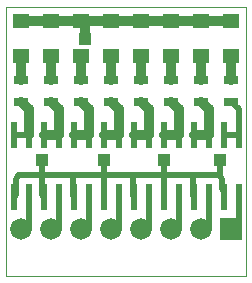
<source format=gtl>
G75*
G70*
%OFA0B0*%
%FSLAX24Y24*%
%IPPOS*%
%LPD*%
%AMOC8*
5,1,8,0,0,1.08239X$1,22.5*
%
%ADD10C,0.0000*%
%ADD11R,0.0551X0.0472*%
%ADD12R,0.0472X0.0315*%
%ADD13R,0.0720X0.0720*%
%ADD14C,0.0720*%
%ADD15R,0.0240X0.0870*%
%ADD16C,0.0200*%
%ADD17C,0.0320*%
%ADD18R,0.0436X0.0436*%
%ADD19C,0.0080*%
%ADD20C,0.0160*%
D10*
X000202Y000202D02*
X000202Y009182D01*
X008202Y009182D01*
X008202Y000202D01*
X000202Y000202D01*
D11*
X000702Y007541D03*
X001702Y007541D03*
X002702Y007541D03*
X003702Y007541D03*
X004702Y007541D03*
X005702Y007541D03*
X006702Y007541D03*
X007702Y007541D03*
X007702Y008722D03*
X006702Y008722D03*
X005702Y008722D03*
X004702Y008722D03*
X003702Y008722D03*
X002702Y008722D03*
X001702Y008722D03*
X000702Y008722D03*
D12*
X000702Y006736D03*
X000702Y006027D03*
X001702Y006027D03*
X001702Y006736D03*
X002702Y006736D03*
X002702Y006027D03*
X003702Y006027D03*
X003702Y006736D03*
X004702Y006736D03*
X004702Y006027D03*
X005702Y006027D03*
X005702Y006736D03*
X006702Y006736D03*
X006702Y006027D03*
X007702Y006027D03*
X007702Y006736D03*
D13*
X007702Y001772D03*
D14*
X006702Y001772D03*
X005702Y001772D03*
X004702Y001772D03*
X003702Y001772D03*
X002702Y001772D03*
X001702Y001772D03*
X000702Y001772D03*
D15*
X000952Y002852D03*
X001452Y002852D03*
X001952Y002852D03*
X002452Y002852D03*
X002952Y002852D03*
X003452Y002852D03*
X003952Y002852D03*
X004452Y002852D03*
X004952Y002852D03*
X005452Y002852D03*
X005952Y002852D03*
X006452Y002852D03*
X006952Y002852D03*
X007452Y002852D03*
X007952Y002852D03*
X007952Y004912D03*
X007452Y004912D03*
X006952Y004912D03*
X006452Y004912D03*
X005952Y004912D03*
X005452Y004912D03*
X004952Y004912D03*
X004452Y004912D03*
X003952Y004912D03*
X003452Y004912D03*
X002952Y004912D03*
X002452Y004912D03*
X001952Y004912D03*
X001452Y004912D03*
X000952Y004912D03*
X000452Y004912D03*
X000452Y002852D03*
D16*
X000522Y002922D01*
X000522Y003422D01*
X000602Y003582D01*
X001402Y003582D01*
X001402Y004062D01*
X001402Y003582D02*
X001402Y002902D01*
X001452Y002852D01*
X001952Y002852D02*
X001952Y001772D01*
X001702Y001772D01*
X000952Y001772D02*
X000952Y002852D01*
X001402Y003582D02*
X002442Y003582D01*
X002442Y002862D01*
X002452Y002852D01*
X002952Y002852D02*
X002952Y001772D01*
X002702Y001772D01*
X003702Y001772D02*
X003952Y001772D01*
X003952Y002852D01*
X004442Y002862D02*
X004442Y003582D01*
X005482Y003582D01*
X005482Y004062D01*
X005482Y003582D02*
X005482Y002882D01*
X005452Y002852D01*
X005952Y002852D02*
X005952Y001772D01*
X005702Y001772D01*
X004952Y001772D02*
X004952Y002852D01*
X004452Y002852D02*
X004442Y002862D01*
X004442Y003582D02*
X003482Y003582D01*
X003482Y004062D01*
X003482Y003582D02*
X003482Y002882D01*
X003452Y002852D01*
X003482Y003582D02*
X002442Y003582D01*
X000952Y004912D02*
X000452Y004912D01*
X000702Y001772D02*
X000952Y001772D01*
X004702Y001772D02*
X004952Y001772D01*
X006442Y002862D02*
X006442Y003582D01*
X007322Y003582D01*
X007322Y004062D01*
X007322Y003582D02*
X007402Y003422D01*
X007402Y003102D01*
X007452Y003052D01*
X007452Y002852D01*
X007952Y002852D02*
X007952Y001772D01*
X007702Y001772D01*
X006952Y001772D02*
X006952Y002852D01*
X006452Y002852D02*
X006442Y002862D01*
X006442Y003582D02*
X005482Y003582D01*
X006702Y001772D02*
X006952Y001772D01*
X007452Y004912D02*
X007952Y004912D01*
X007952Y005777D01*
X007702Y006027D01*
X002870Y008722D02*
X002362Y008750D01*
D17*
X002702Y008722D02*
X002870Y008722D01*
X003702Y008722D01*
X004702Y008722D01*
X005702Y008722D01*
X006702Y008722D01*
X007702Y008722D01*
X007702Y007541D02*
X007702Y006736D01*
X006952Y005777D02*
X006952Y004912D01*
X006452Y004912D01*
X005952Y004912D02*
X005952Y005777D01*
X005702Y006027D01*
X005702Y006736D02*
X005702Y007541D01*
X006702Y007541D02*
X006702Y006736D01*
X006702Y006027D02*
X006952Y005777D01*
X005952Y004912D02*
X005452Y004912D01*
X004952Y004912D02*
X004952Y005777D01*
X004702Y006027D01*
X004702Y006736D02*
X004702Y007541D01*
X003702Y007541D02*
X003702Y006736D01*
X003702Y006027D02*
X003952Y005777D01*
X003952Y004912D01*
X003452Y004912D01*
X002952Y004912D02*
X002952Y005777D01*
X002702Y006027D01*
X002702Y006736D02*
X002702Y007541D01*
X002822Y008112D02*
X002822Y008722D01*
X002702Y008722D02*
X001702Y008722D01*
X000702Y008722D01*
X000702Y007541D02*
X000702Y006736D01*
X000702Y006027D02*
X000952Y005777D01*
X000952Y004912D01*
X001452Y004912D02*
X001952Y004912D01*
X001952Y005777D01*
X001702Y006027D01*
X001702Y006736D02*
X001702Y007541D01*
X002452Y004912D02*
X002952Y004912D01*
X004452Y004912D02*
X004952Y004912D01*
D18*
X005482Y004062D03*
X007322Y004062D03*
X003482Y004062D03*
X001402Y004062D03*
X002822Y008112D03*
D19*
X000702Y008722D02*
X000682Y008722D01*
D20*
X002822Y008722D02*
X002870Y008722D01*
M02*

</source>
